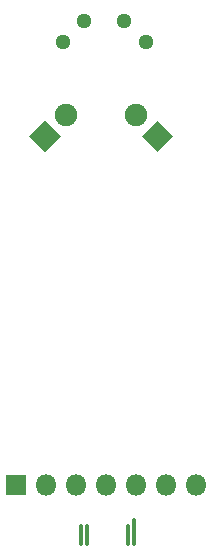
<source format=gbr>
%TF.GenerationSoftware,KiCad,Pcbnew,(5.1.6)-1*%
%TF.CreationDate,2023-11-28T20:11:05+09:00*%
%TF.ProjectId,CMouse-3rd-MOD,434d6f75-7365-42d3-9372-642d4d4f442e,rev?*%
%TF.SameCoordinates,Original*%
%TF.FileFunction,Soldermask,Bot*%
%TF.FilePolarity,Negative*%
%FSLAX46Y46*%
G04 Gerber Fmt 4.6, Leading zero omitted, Abs format (unit mm)*
G04 Created by KiCad (PCBNEW (5.1.6)-1) date 2023-11-28 20:11:05*
%MOMM*%
%LPD*%
G01*
G04 APERTURE LIST*
%ADD10C,0.300000*%
%ADD11C,0.100000*%
%ADD12C,1.900000*%
%ADD13R,1.800000X1.800000*%
%ADD14O,1.800000X1.800000*%
%ADD15C,1.292000*%
G04 APERTURE END LIST*
D10*
X117000000Y-151000000D02*
X117000000Y-149000000D01*
X116500000Y-151000000D02*
X116500000Y-149500000D01*
X113000000Y-151000000D02*
X113000000Y-149500000D01*
X112500000Y-151000000D02*
X112500000Y-149500000D01*
D11*
%TO.C,IR5*%
G36*
X109500000Y-117843503D02*
G01*
X108156497Y-116500000D01*
X109500000Y-115156497D01*
X110843503Y-116500000D01*
X109500000Y-117843503D01*
G37*
D12*
X111296051Y-114703949D03*
%TD*%
%TO.C,IR6*%
X117203949Y-114703949D03*
D11*
G36*
X120343503Y-116500000D02*
G01*
X119000000Y-117843503D01*
X117656497Y-116500000D01*
X119000000Y-115156497D01*
X120343503Y-116500000D01*
G37*
%TD*%
D13*
%TO.C,J1*%
X107000000Y-146000000D03*
D14*
X109540000Y-146000000D03*
X112080000Y-146000000D03*
X114620000Y-146000000D03*
X117160000Y-146000000D03*
X119700000Y-146000000D03*
X122240000Y-146000000D03*
%TD*%
D15*
%TO.C,S5*%
X111000000Y-108500000D03*
X112796051Y-106703949D03*
%TD*%
%TO.C,S6*%
X116203949Y-106703949D03*
X118000000Y-108500000D03*
%TD*%
M02*

</source>
